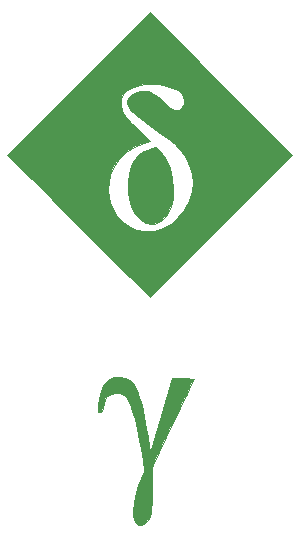
<source format=gto>
G04 #@! TF.GenerationSoftware,KiCad,Pcbnew,(5.1.5)-3*
G04 #@! TF.CreationDate,2019-12-21T12:13:31-08:00*
G04 #@! TF.ProjectId,mole-diamond-keychain,6d6f6c65-2d64-4696-916d-6f6e642d6b65,A*
G04 #@! TF.SameCoordinates,Original*
G04 #@! TF.FileFunction,Legend,Top*
G04 #@! TF.FilePolarity,Positive*
%FSLAX46Y46*%
G04 Gerber Fmt 4.6, Leading zero omitted, Abs format (unit mm)*
G04 Created by KiCad (PCBNEW (5.1.5)-3) date 2019-12-21 12:13:31*
%MOMM*%
%LPD*%
G04 APERTURE LIST*
%ADD10C,0.010000*%
G04 APERTURE END LIST*
D10*
G36*
X876006Y37820217D02*
G01*
X1395841Y37079959D01*
X1757890Y36330135D01*
X1972609Y35541974D01*
X2050450Y34686704D01*
X2051104Y34586334D01*
X1998861Y33800674D01*
X1847830Y33119990D01*
X1603573Y32554072D01*
X1271647Y32112711D01*
X857613Y31805695D01*
X381000Y31645195D01*
X172795Y31620963D01*
X42333Y31625697D01*
X-97638Y31661153D01*
X-280171Y31703130D01*
X-474396Y31789508D01*
X-720096Y31955490D01*
X-882538Y32091750D01*
X-1253709Y32541777D01*
X-1534993Y33104540D01*
X-1724812Y33748296D01*
X-1821589Y34441299D01*
X-1823747Y35151804D01*
X-1729710Y35848066D01*
X-1537900Y36498341D01*
X-1246739Y37070882D01*
X-1137591Y37225618D01*
X-841098Y37516796D01*
X-430617Y37787574D01*
X39055Y38003976D01*
X210626Y38061591D01*
X588896Y38175433D01*
X876006Y37820217D01*
G37*
X876006Y37820217D02*
X1395841Y37079959D01*
X1757890Y36330135D01*
X1972609Y35541974D01*
X2050450Y34686704D01*
X2051104Y34586334D01*
X1998861Y33800674D01*
X1847830Y33119990D01*
X1603573Y32554072D01*
X1271647Y32112711D01*
X857613Y31805695D01*
X381000Y31645195D01*
X172795Y31620963D01*
X42333Y31625697D01*
X-97638Y31661153D01*
X-280171Y31703130D01*
X-474396Y31789508D01*
X-720096Y31955490D01*
X-882538Y32091750D01*
X-1253709Y32541777D01*
X-1534993Y33104540D01*
X-1724812Y33748296D01*
X-1821589Y34441299D01*
X-1823747Y35151804D01*
X-1729710Y35848066D01*
X-1537900Y36498341D01*
X-1246739Y37070882D01*
X-1137591Y37225618D01*
X-841098Y37516796D01*
X-430617Y37787574D01*
X39055Y38003976D01*
X210626Y38061591D01*
X588896Y38175433D01*
X876006Y37820217D01*
G36*
X6075055Y43497280D02*
G01*
X12107334Y37464558D01*
X6074612Y31432278D01*
X41890Y25399999D01*
X-5990389Y31432721D01*
X-9112987Y34555548D01*
X-3449315Y34555548D01*
X-3381795Y33853765D01*
X-3216986Y33188760D01*
X-3096432Y32882531D01*
X-2725983Y32266014D01*
X-2241463Y31760702D01*
X-1664574Y31376614D01*
X-1017020Y31123768D01*
X-320505Y31012184D01*
X403267Y31051880D01*
X723044Y31119403D01*
X1303198Y31322054D01*
X1826016Y31623727D01*
X2337945Y32052705D01*
X2469309Y32182789D01*
X2984139Y32820449D01*
X3359554Y33530796D01*
X3591325Y34290334D01*
X3675222Y35075570D01*
X3607016Y35863010D01*
X3382478Y36629160D01*
X3302607Y36812081D01*
X3128056Y37163319D01*
X2943312Y37478717D01*
X2731775Y37774404D01*
X2476849Y38066506D01*
X2161934Y38371149D01*
X1770435Y38704460D01*
X1285752Y39082566D01*
X691288Y39521594D01*
X16238Y40005180D01*
X-412710Y40315249D01*
X-809408Y40612347D01*
X-1146447Y40875146D01*
X-1396414Y41082321D01*
X-1524753Y41204126D01*
X-1761930Y41569713D01*
X-1838070Y41924418D01*
X-1761303Y42249923D01*
X-1539763Y42527915D01*
X-1181582Y42740078D01*
X-793177Y42851792D01*
X-409667Y42891315D01*
X-64795Y42845814D01*
X274990Y42701216D01*
X643240Y42443450D01*
X1054050Y42077071D01*
X1420451Y41734361D01*
X1697508Y41496694D01*
X1912271Y41346122D01*
X2091787Y41264697D01*
X2263106Y41234472D01*
X2326615Y41232667D01*
X2600208Y41306041D01*
X2806004Y41500015D01*
X2932165Y41775367D01*
X2966850Y42092876D01*
X2898217Y42413321D01*
X2755205Y42652354D01*
X2425154Y42930468D01*
X1967124Y43156696D01*
X1415787Y43326246D01*
X805817Y43434327D01*
X171887Y43476147D01*
X-451330Y43446915D01*
X-1029160Y43341838D01*
X-1380324Y43223845D01*
X-1859654Y42948169D01*
X-2196732Y42591146D01*
X-2385588Y42170293D01*
X-2420252Y41703127D01*
X-2294755Y41207165D01*
X-2159927Y40936334D01*
X-2030616Y40763142D01*
X-1801979Y40504464D01*
X-1500387Y40188281D01*
X-1152206Y39842574D01*
X-926897Y39627924D01*
X108005Y38658180D01*
X-432831Y38481768D01*
X-1270861Y38134697D01*
X-1979658Y37684333D01*
X-2555340Y37134928D01*
X-2994026Y36490732D01*
X-3291834Y35755998D01*
X-3409737Y35220915D01*
X-3449315Y34555548D01*
X-9112987Y34555548D01*
X-12022669Y37465443D01*
X-5989947Y43497723D01*
X42775Y49530001D01*
X6075055Y43497280D01*
G37*
X6075055Y43497280D02*
X12107334Y37464558D01*
X6074612Y31432278D01*
X41890Y25399999D01*
X-5990389Y31432721D01*
X-9112987Y34555548D01*
X-3449315Y34555548D01*
X-3381795Y33853765D01*
X-3216986Y33188760D01*
X-3096432Y32882531D01*
X-2725983Y32266014D01*
X-2241463Y31760702D01*
X-1664574Y31376614D01*
X-1017020Y31123768D01*
X-320505Y31012184D01*
X403267Y31051880D01*
X723044Y31119403D01*
X1303198Y31322054D01*
X1826016Y31623727D01*
X2337945Y32052705D01*
X2469309Y32182789D01*
X2984139Y32820449D01*
X3359554Y33530796D01*
X3591325Y34290334D01*
X3675222Y35075570D01*
X3607016Y35863010D01*
X3382478Y36629160D01*
X3302607Y36812081D01*
X3128056Y37163319D01*
X2943312Y37478717D01*
X2731775Y37774404D01*
X2476849Y38066506D01*
X2161934Y38371149D01*
X1770435Y38704460D01*
X1285752Y39082566D01*
X691288Y39521594D01*
X16238Y40005180D01*
X-412710Y40315249D01*
X-809408Y40612347D01*
X-1146447Y40875146D01*
X-1396414Y41082321D01*
X-1524753Y41204126D01*
X-1761930Y41569713D01*
X-1838070Y41924418D01*
X-1761303Y42249923D01*
X-1539763Y42527915D01*
X-1181582Y42740078D01*
X-793177Y42851792D01*
X-409667Y42891315D01*
X-64795Y42845814D01*
X274990Y42701216D01*
X643240Y42443450D01*
X1054050Y42077071D01*
X1420451Y41734361D01*
X1697508Y41496694D01*
X1912271Y41346122D01*
X2091787Y41264697D01*
X2263106Y41234472D01*
X2326615Y41232667D01*
X2600208Y41306041D01*
X2806004Y41500015D01*
X2932165Y41775367D01*
X2966850Y42092876D01*
X2898217Y42413321D01*
X2755205Y42652354D01*
X2425154Y42930468D01*
X1967124Y43156696D01*
X1415787Y43326246D01*
X805817Y43434327D01*
X171887Y43476147D01*
X-451330Y43446915D01*
X-1029160Y43341838D01*
X-1380324Y43223845D01*
X-1859654Y42948169D01*
X-2196732Y42591146D01*
X-2385588Y42170293D01*
X-2420252Y41703127D01*
X-2294755Y41207165D01*
X-2159927Y40936334D01*
X-2030616Y40763142D01*
X-1801979Y40504464D01*
X-1500387Y40188281D01*
X-1152206Y39842574D01*
X-926897Y39627924D01*
X108005Y38658180D01*
X-432831Y38481768D01*
X-1270861Y38134697D01*
X-1979658Y37684333D01*
X-2555340Y37134928D01*
X-2994026Y36490732D01*
X-3291834Y35755998D01*
X-3409737Y35220915D01*
X-3449315Y34555548D01*
X-9112987Y34555548D01*
X-12022669Y37465443D01*
X-5989947Y43497723D01*
X42775Y49530001D01*
X6075055Y43497280D01*
G36*
X-2087821Y18608938D02*
G01*
X-1665422Y18386163D01*
X-1315886Y18039105D01*
X-1278858Y17987241D01*
X-1059645Y17578160D01*
X-847068Y17000853D01*
X-641380Y16256307D01*
X-442834Y15345508D01*
X-251683Y14269443D01*
X-142128Y13555066D01*
X47733Y12251131D01*
X969923Y15396566D01*
X1892113Y18542000D01*
X2854035Y18542000D01*
X3267845Y18540128D01*
X3538385Y18531596D01*
X3691704Y18512036D01*
X3753850Y18477077D01*
X3750873Y18422349D01*
X3737223Y18393834D01*
X3685659Y18289236D01*
X3568736Y18047542D01*
X3394004Y17684492D01*
X3169013Y17215823D01*
X2901311Y16657274D01*
X2598447Y16024585D01*
X2267972Y15333493D01*
X1940162Y14647334D01*
X221834Y11049000D01*
X214654Y9144000D01*
X210496Y8502572D01*
X202290Y8005289D01*
X188278Y7626979D01*
X166699Y7342471D01*
X135796Y7126591D01*
X93808Y6954168D01*
X53391Y6836676D01*
X-150391Y6440206D01*
X-400431Y6203587D01*
X-704014Y6121887D01*
X-953651Y6154585D01*
X-1143717Y6287474D01*
X-1277002Y6556487D01*
X-1351765Y6937611D01*
X-1366263Y7406833D01*
X-1318757Y7940138D01*
X-1207504Y8513512D01*
X-1142362Y8757011D01*
X-1007109Y9188602D01*
X-846964Y9648272D01*
X-692810Y10048131D01*
X-667506Y10108317D01*
X-584977Y10301795D01*
X-521939Y10467676D01*
X-479670Y10627782D01*
X-459451Y10803935D01*
X-462561Y11017959D01*
X-490278Y11291675D01*
X-543883Y11646906D01*
X-624654Y12105474D01*
X-733872Y12689202D01*
X-856671Y13335000D01*
X-1049688Y14285549D01*
X-1242668Y15110563D01*
X-1432817Y15800333D01*
X-1617341Y16345150D01*
X-1793445Y16735305D01*
X-1871417Y16860955D01*
X-2169171Y17156555D01*
X-2521892Y17318654D01*
X-2893911Y17348790D01*
X-3249558Y17248500D01*
X-3553164Y17019322D01*
X-3716439Y16781435D01*
X-3832680Y16489366D01*
X-3922647Y16153069D01*
X-3938550Y16063513D01*
X-3989550Y15814080D01*
X-4059761Y15694000D01*
X-4170215Y15663334D01*
X-4253671Y15674155D01*
X-4301058Y15729076D01*
X-4318463Y15861786D01*
X-4311974Y16105973D01*
X-4296438Y16361834D01*
X-4195214Y17097655D01*
X-3996584Y17698592D01*
X-3701478Y18163015D01*
X-3310826Y18489293D01*
X-3004244Y18627137D01*
X-2546342Y18693805D01*
X-2087821Y18608938D01*
G37*
X-2087821Y18608938D02*
X-1665422Y18386163D01*
X-1315886Y18039105D01*
X-1278858Y17987241D01*
X-1059645Y17578160D01*
X-847068Y17000853D01*
X-641380Y16256307D01*
X-442834Y15345508D01*
X-251683Y14269443D01*
X-142128Y13555066D01*
X47733Y12251131D01*
X969923Y15396566D01*
X1892113Y18542000D01*
X2854035Y18542000D01*
X3267845Y18540128D01*
X3538385Y18531596D01*
X3691704Y18512036D01*
X3753850Y18477077D01*
X3750873Y18422349D01*
X3737223Y18393834D01*
X3685659Y18289236D01*
X3568736Y18047542D01*
X3394004Y17684492D01*
X3169013Y17215823D01*
X2901311Y16657274D01*
X2598447Y16024585D01*
X2267972Y15333493D01*
X1940162Y14647334D01*
X221834Y11049000D01*
X214654Y9144000D01*
X210496Y8502572D01*
X202290Y8005289D01*
X188278Y7626979D01*
X166699Y7342471D01*
X135796Y7126591D01*
X93808Y6954168D01*
X53391Y6836676D01*
X-150391Y6440206D01*
X-400431Y6203587D01*
X-704014Y6121887D01*
X-953651Y6154585D01*
X-1143717Y6287474D01*
X-1277002Y6556487D01*
X-1351765Y6937611D01*
X-1366263Y7406833D01*
X-1318757Y7940138D01*
X-1207504Y8513512D01*
X-1142362Y8757011D01*
X-1007109Y9188602D01*
X-846964Y9648272D01*
X-692810Y10048131D01*
X-667506Y10108317D01*
X-584977Y10301795D01*
X-521939Y10467676D01*
X-479670Y10627782D01*
X-459451Y10803935D01*
X-462561Y11017959D01*
X-490278Y11291675D01*
X-543883Y11646906D01*
X-624654Y12105474D01*
X-733872Y12689202D01*
X-856671Y13335000D01*
X-1049688Y14285549D01*
X-1242668Y15110563D01*
X-1432817Y15800333D01*
X-1617341Y16345150D01*
X-1793445Y16735305D01*
X-1871417Y16860955D01*
X-2169171Y17156555D01*
X-2521892Y17318654D01*
X-2893911Y17348790D01*
X-3249558Y17248500D01*
X-3553164Y17019322D01*
X-3716439Y16781435D01*
X-3832680Y16489366D01*
X-3922647Y16153069D01*
X-3938550Y16063513D01*
X-3989550Y15814080D01*
X-4059761Y15694000D01*
X-4170215Y15663334D01*
X-4253671Y15674155D01*
X-4301058Y15729076D01*
X-4318463Y15861786D01*
X-4311974Y16105973D01*
X-4296438Y16361834D01*
X-4195214Y17097655D01*
X-3996584Y17698592D01*
X-3701478Y18163015D01*
X-3310826Y18489293D01*
X-3004244Y18627137D01*
X-2546342Y18693805D01*
X-2087821Y18608938D01*
M02*

</source>
